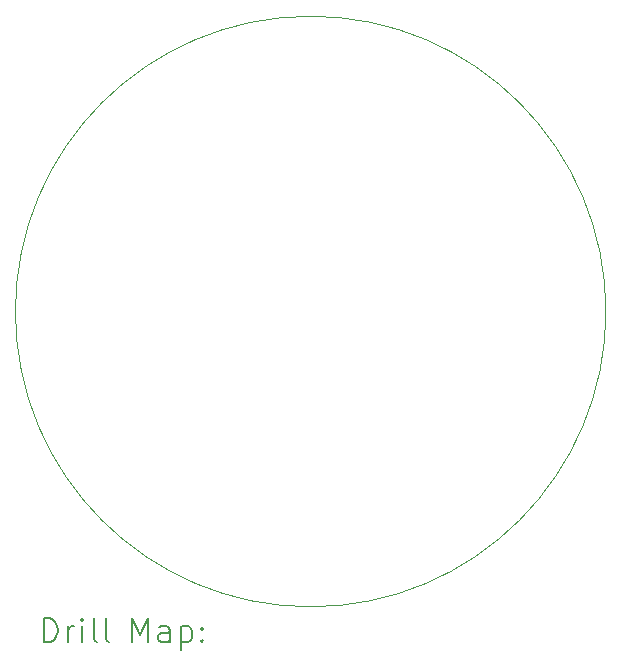
<source format=gbr>
%TF.GenerationSoftware,KiCad,Pcbnew,(7.0.0)*%
%TF.CreationDate,2024-12-03T23:25:58+05:30*%
%TF.ProjectId,IEEE CAS Logo,49454545-2043-4415-9320-4c6f676f2e6b,rev?*%
%TF.SameCoordinates,Original*%
%TF.FileFunction,Drillmap*%
%TF.FilePolarity,Positive*%
%FSLAX45Y45*%
G04 Gerber Fmt 4.5, Leading zero omitted, Abs format (unit mm)*
G04 Created by KiCad (PCBNEW (7.0.0)) date 2024-12-03 23:25:58*
%MOMM*%
%LPD*%
G01*
G04 APERTURE LIST*
%ADD10C,0.100000*%
%ADD11C,0.200000*%
G04 APERTURE END LIST*
D10*
X16600000Y-10100000D02*
G75*
G03*
X16600000Y-10100000I-2500000J0D01*
G01*
D11*
X11842619Y-12898476D02*
X11842619Y-12698476D01*
X11842619Y-12698476D02*
X11890238Y-12698476D01*
X11890238Y-12698476D02*
X11918809Y-12708000D01*
X11918809Y-12708000D02*
X11937857Y-12727048D01*
X11937857Y-12727048D02*
X11947381Y-12746095D01*
X11947381Y-12746095D02*
X11956905Y-12784190D01*
X11956905Y-12784190D02*
X11956905Y-12812762D01*
X11956905Y-12812762D02*
X11947381Y-12850857D01*
X11947381Y-12850857D02*
X11937857Y-12869905D01*
X11937857Y-12869905D02*
X11918809Y-12888952D01*
X11918809Y-12888952D02*
X11890238Y-12898476D01*
X11890238Y-12898476D02*
X11842619Y-12898476D01*
X12042619Y-12898476D02*
X12042619Y-12765143D01*
X12042619Y-12803238D02*
X12052143Y-12784190D01*
X12052143Y-12784190D02*
X12061667Y-12774667D01*
X12061667Y-12774667D02*
X12080714Y-12765143D01*
X12080714Y-12765143D02*
X12099762Y-12765143D01*
X12166428Y-12898476D02*
X12166428Y-12765143D01*
X12166428Y-12698476D02*
X12156905Y-12708000D01*
X12156905Y-12708000D02*
X12166428Y-12717524D01*
X12166428Y-12717524D02*
X12175952Y-12708000D01*
X12175952Y-12708000D02*
X12166428Y-12698476D01*
X12166428Y-12698476D02*
X12166428Y-12717524D01*
X12290238Y-12898476D02*
X12271190Y-12888952D01*
X12271190Y-12888952D02*
X12261667Y-12869905D01*
X12261667Y-12869905D02*
X12261667Y-12698476D01*
X12395000Y-12898476D02*
X12375952Y-12888952D01*
X12375952Y-12888952D02*
X12366428Y-12869905D01*
X12366428Y-12869905D02*
X12366428Y-12698476D01*
X12591190Y-12898476D02*
X12591190Y-12698476D01*
X12591190Y-12698476D02*
X12657857Y-12841333D01*
X12657857Y-12841333D02*
X12724524Y-12698476D01*
X12724524Y-12698476D02*
X12724524Y-12898476D01*
X12905476Y-12898476D02*
X12905476Y-12793714D01*
X12905476Y-12793714D02*
X12895952Y-12774667D01*
X12895952Y-12774667D02*
X12876905Y-12765143D01*
X12876905Y-12765143D02*
X12838809Y-12765143D01*
X12838809Y-12765143D02*
X12819762Y-12774667D01*
X12905476Y-12888952D02*
X12886428Y-12898476D01*
X12886428Y-12898476D02*
X12838809Y-12898476D01*
X12838809Y-12898476D02*
X12819762Y-12888952D01*
X12819762Y-12888952D02*
X12810238Y-12869905D01*
X12810238Y-12869905D02*
X12810238Y-12850857D01*
X12810238Y-12850857D02*
X12819762Y-12831809D01*
X12819762Y-12831809D02*
X12838809Y-12822286D01*
X12838809Y-12822286D02*
X12886428Y-12822286D01*
X12886428Y-12822286D02*
X12905476Y-12812762D01*
X13000714Y-12765143D02*
X13000714Y-12965143D01*
X13000714Y-12774667D02*
X13019762Y-12765143D01*
X13019762Y-12765143D02*
X13057857Y-12765143D01*
X13057857Y-12765143D02*
X13076905Y-12774667D01*
X13076905Y-12774667D02*
X13086428Y-12784190D01*
X13086428Y-12784190D02*
X13095952Y-12803238D01*
X13095952Y-12803238D02*
X13095952Y-12860381D01*
X13095952Y-12860381D02*
X13086428Y-12879428D01*
X13086428Y-12879428D02*
X13076905Y-12888952D01*
X13076905Y-12888952D02*
X13057857Y-12898476D01*
X13057857Y-12898476D02*
X13019762Y-12898476D01*
X13019762Y-12898476D02*
X13000714Y-12888952D01*
X13181667Y-12879428D02*
X13191190Y-12888952D01*
X13191190Y-12888952D02*
X13181667Y-12898476D01*
X13181667Y-12898476D02*
X13172143Y-12888952D01*
X13172143Y-12888952D02*
X13181667Y-12879428D01*
X13181667Y-12879428D02*
X13181667Y-12898476D01*
X13181667Y-12774667D02*
X13191190Y-12784190D01*
X13191190Y-12784190D02*
X13181667Y-12793714D01*
X13181667Y-12793714D02*
X13172143Y-12784190D01*
X13172143Y-12784190D02*
X13181667Y-12774667D01*
X13181667Y-12774667D02*
X13181667Y-12793714D01*
M02*

</source>
